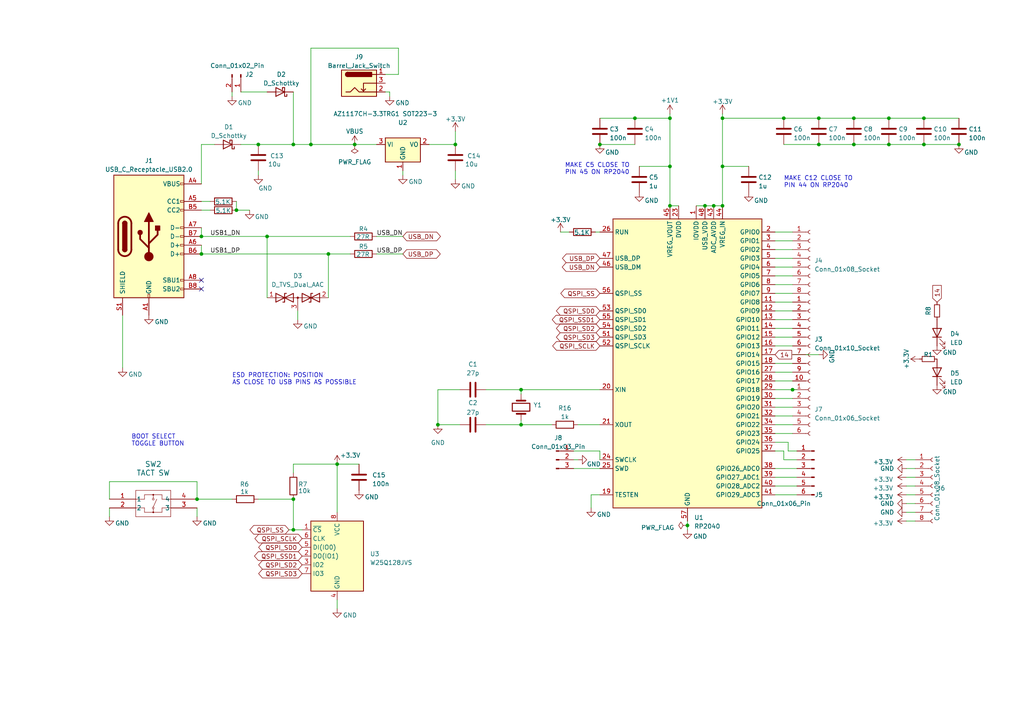
<source format=kicad_sch>
(kicad_sch (version 20230121) (generator eeschema)
  (paper "A4")
  (lib_symbols
    (symbol "Connector:Barrel_Jack_Switch" (pin_names hide)
      (property "Reference" "J" (at 0 5.334 0))
      (property "Value" "Barrel_Jack_Switch" (at 0 -5.08 0))
      (symbol "Barrel_Jack_Switch_1_1"
        (pin passive line (at 7.62 2.54 180) (length 2.54) (name "~") (number "1"))
        (pin passive line (at 7.62 -2.54 180) (length 2.54) (name "~") (number "2"))
        (pin passive line (at 7.62 0 180) (length 2.54) (name "~") (number "3"))
      )
    )
    (symbol "Connector:Conn_01x02_Pin" (pin_names (offset 1.016) hide)
      (property "Reference" "J" (at 0 2.54 0))
      (property "Value" "Conn_01x02_Pin" (at 0 -5.08 0))
      (symbol "Conn_01x02_Pin_1_1"
        (pin passive line (at 5.08 0 180) (length 3.81) (name "Pin_1") (number "1"))
        (pin passive line (at 5.08 -2.54 180) (length 3.81) (name "Pin_2") (number "2"))
      )
    )
    (symbol "Connector:Conn_01x03_Pin" (pin_names (offset 1.016) hide)
      (property "Reference" "J" (at 0 5.08 0))
      (property "Value" "Conn_01x03_Pin" (at 0 -5.08 0))
      (symbol "Conn_01x03_Pin_1_1"
        (pin passive line (at 5.08 2.54 180) (length 3.81) (name "Pin_1") (number "1"))
        (pin passive line (at 5.08 0 180) (length 3.81) (name "Pin_2") (number "2"))
        (pin passive line (at 5.08 -2.54 180) (length 3.81) (name "Pin_3") (number "3"))
      )
    )
    (symbol "Connector:Conn_01x06_Pin" (pin_names (offset 1.016) hide)
      (property "Reference" "J" (at 0 7.62 0))
      (property "Value" "Conn_01x06_Pin" (at 0 -10.16 0))
      (symbol "Conn_01x06_Pin_1_1"
        (pin passive line (at 5.08 5.08 180) (length 3.81) (name "Pin_1") (number "1"))
        (pin passive line (at 5.08 2.54 180) (length 3.81) (name "Pin_2") (number "2"))
        (pin passive line (at 5.08 0 180) (length 3.81) (name "Pin_3") (number "3"))
        (pin passive line (at 5.08 -2.54 180) (length 3.81) (name "Pin_4") (number "4"))
        (pin passive line (at 5.08 -5.08 180) (length 3.81) (name "Pin_5") (number "5"))
        (pin passive line (at 5.08 -7.62 180) (length 3.81) (name "Pin_6") (number "6"))
      )
    )
    (symbol "Connector:Conn_01x06_Socket" (pin_names (offset 1.016) hide)
      (property "Reference" "J" (at 0 7.62 0))
      (property "Value" "Conn_01x06_Socket" (at 0 -10.16 0))
      (symbol "Conn_01x06_Socket_1_1"
        (pin passive line (at -5.08 5.08 0) (length 3.81) (name "Pin_1") (number "1"))
        (pin passive line (at -5.08 2.54 0) (length 3.81) (name "Pin_2") (number "2"))
        (pin passive line (at -5.08 0 0) (length 3.81) (name "Pin_3") (number "3"))
        (pin passive line (at -5.08 -2.54 0) (length 3.81) (name "Pin_4") (number "4"))
        (pin passive line (at -5.08 -5.08 0) (length 3.81) (name "Pin_5") (number "5"))
        (pin passive line (at -5.08 -7.62 0) (length 3.81) (name "Pin_6") (number "6"))
      )
    )
    (symbol "Connector:Conn_01x08_Socket" (pin_names (offset 1.016) hide)
      (property "Reference" "J" (at 0 10.16 0))
      (property "Value" "Conn_01x08_Socket" (at 0 -12.7 0))
      (symbol "Conn_01x08_Socket_1_1"
        (pin passive line (at -5.08 7.62 0) (length 3.81) (name "Pin_1") (number "1"))
        (pin passive line (at -5.08 5.08 0) (length 3.81) (name "Pin_2") (number "2"))
        (pin passive line (at -5.08 2.54 0) (length 3.81) (name "Pin_3") (number "3"))
        (pin passive line (at -5.08 0 0) (length 3.81) (name "Pin_4") (number "4"))
        (pin passive line (at -5.08 -2.54 0) (length 3.81) (name "Pin_5") (number "5"))
        (pin passive line (at -5.08 -5.08 0) (length 3.81) (name "Pin_6") (number "6"))
        (pin passive line (at -5.08 -7.62 0) (length 3.81) (name "Pin_7") (number "7"))
        (pin passive line (at -5.08 -10.16 0) (length 3.81) (name "Pin_8") (number "8"))
      )
    )
    (symbol "Connector:Conn_01x10_Socket" (pin_names (offset 1.016) hide)
      (property "Reference" "J" (at 0 12.7 0))
      (property "Value" "Conn_01x10_Socket" (at 0 -15.24 0))
      (symbol "Conn_01x10_Socket_1_1"
        (pin passive line (at -5.08 10.16 0) (length 3.81) (name "Pin_1") (number "1"))
        (pin passive line (at -5.08 -12.7 0) (length 3.81) (name "Pin_10") (number "10"))
        (pin passive line (at -5.08 7.62 0) (length 3.81) (name "Pin_2") (number "2"))
        (pin passive line (at -5.08 5.08 0) (length 3.81) (name "Pin_3") (number "3"))
        (pin passive line (at -5.08 2.54 0) (length 3.81) (name "Pin_4") (number "4"))
        (pin passive line (at -5.08 0 0) (length 3.81) (name "Pin_5") (number "5"))
        (pin passive line (at -5.08 -2.54 0) (length 3.81) (name "Pin_6") (number "6"))
        (pin passive line (at -5.08 -5.08 0) (length 3.81) (name "Pin_7") (number "7"))
        (pin passive line (at -5.08 -7.62 0) (length 3.81) (name "Pin_8") (number "8"))
        (pin passive line (at -5.08 -10.16 0) (length 3.81) (name "Pin_9") (number "9"))
      )
    )
    (symbol "Connector:USB_C_Receptacle_USB2.0" (pin_names (offset 1.016))
      (property "Reference" "J" (at -10.16 19.05 0))
      (property "Value" "USB_C_Receptacle_USB2.0" (at 19.05 19.05 0))
      (symbol "USB_C_Receptacle_USB2.0_1_1"
        (pin passive line (at 0 -22.86 90) (length 5.08) (name "GND") (number "A1"))
        (pin passive line (at 0 -22.86 90) (length 5.08) hide (name "GND") (number "A12"))
        (pin passive line (at 15.24 15.24 180) (length 5.08) (name "VBUS") (number "A4"))
        (pin bidirectional line (at 15.24 10.16 180) (length 5.08) (name "CC1") (number "A5"))
        (pin bidirectional line (at 15.24 -2.54 180) (length 5.08) (name "D+") (number "A6"))
        (pin bidirectional line (at 15.24 2.54 180) (length 5.08) (name "D-") (number "A7"))
        (pin bidirectional line (at 15.24 -12.7 180) (length 5.08) (name "SBU1") (number "A8"))
        (pin passive line (at 15.24 15.24 180) (length 5.08) hide (name "VBUS") (number "A9"))
        (pin passive line (at 0 -22.86 90) (length 5.08) hide (name "GND") (number "B1"))
        (pin passive line (at 0 -22.86 90) (length 5.08) hide (name "GND") (number "B12"))
        (pin passive line (at 15.24 15.24 180) (length 5.08) hide (name "VBUS") (number "B4"))
        (pin bidirectional line (at 15.24 7.62 180) (length 5.08) (name "CC2") (number "B5"))
        (pin bidirectional line (at 15.24 -5.08 180) (length 5.08) (name "D+") (number "B6"))
        (pin bidirectional line (at 15.24 0 180) (length 5.08) (name "D-") (number "B7"))
        (pin bidirectional line (at 15.24 -15.24 180) (length 5.08) (name "SBU2") (number "B8"))
        (pin passive line (at 15.24 15.24 180) (length 5.08) hide (name "VBUS") (number "B9"))
        (pin passive line (at -7.62 -22.86 90) (length 5.08) (name "SHIELD") (number "S1"))
      )
    )
    (symbol "Device:C" (pin_numbers hide) (pin_names (offset 0.254))
      (property "Reference" "C" (at 0.635 2.54 0))
      (property "Value" "C" (at 0.635 -2.54 0))
      (symbol "C_1_1"
        (pin passive line (at 0 3.81 270) (length 2.794) (name "~") (number "1"))
        (pin passive line (at 0 -3.81 90) (length 2.794) (name "~") (number "2"))
      )
    )
    (symbol "Device:Crystal" (pin_numbers hide) (pin_names (offset 1.016) hide)
      (property "Reference" "Y" (at 0 3.81 0))
      (property "Value" "Crystal" (at 0 -3.81 0))
      (symbol "Crystal_1_1"
        (pin passive line (at -3.81 0 0) (length 1.27) (name "1") (number "1"))
        (pin passive line (at 3.81 0 180) (length 1.27) (name "2") (number "2"))
      )
    )
    (symbol "Device:D_Schottky" (pin_numbers hide) (pin_names (offset 1.016) hide)
      (property "Reference" "D" (at 0 2.54 0))
      (property "Value" "D_Schottky" (at 0 -2.54 0))
      (symbol "D_Schottky_1_1"
        (pin passive line (at -3.81 0 0) (length 2.54) (name "K") (number "1"))
        (pin passive line (at 3.81 0 180) (length 2.54) (name "A") (number "2"))
      )
    )
    (symbol "Device:D_TVS_Dual_AAC" (pin_names (offset 1.016) hide)
      (property "Reference" "D" (at 0 4.445 0))
      (property "Value" "D_TVS_Dual_AAC" (at 0 2.54 0))
      (symbol "D_TVS_Dual_AAC_1_1"
        (pin passive line (at -8.89 0 0) (length 2.54) (name "A1") (number "1"))
        (pin passive line (at 8.89 0 180) (length 2.54) (name "A2") (number "2"))
        (pin input line (at 0 -3.81 90) (length 2.54) (name "common") (number "3"))
      )
    )
    (symbol "Device:LED" (pin_numbers hide) (pin_names (offset 1.016) hide)
      (property "Reference" "D" (at 0 2.54 0))
      (property "Value" "LED" (at 0 -2.54 0))
      (symbol "LED_1_1"
        (pin passive line (at -3.81 0 0) (length 2.54) (name "K") (number "1"))
        (pin passive line (at 3.81 0 180) (length 2.54) (name "A") (number "2"))
      )
    )
    (symbol "Device:R" (pin_numbers hide) (pin_names (offset 0))
      (property "Reference" "R" (at 2.032 0 90))
      (property "Value" "R" (at 0 0 90))
      (symbol "R_1_1"
        (pin passive line (at 0 3.81 270) (length 1.27) (name "~") (number "1"))
        (pin passive line (at 0 -3.81 90) (length 1.27) (name "~") (number "2"))
      )
    )
    (symbol "Device:R_Small" (pin_numbers hide) (pin_names (offset 0.254) hide)
      (property "Reference" "R" (at 0.762 0.508 0))
      (property "Value" "R_Small" (at 0.762 -1.016 0))
      (symbol "R_Small_1_1"
        (pin passive line (at 0 2.54 270) (length 0.762) (name "~") (number "1"))
        (pin passive line (at 0 -2.54 90) (length 0.762) (name "~") (number "2"))
      )
    )
    (symbol "MCU_RaspberryPi:RP2040"
      (property "Reference" "U" (at 17.78 45.72 0))
      (property "Value" "RP2040" (at 17.78 43.18 0))
      (symbol "RP2040_1_1"
        (pin power_in line (at 2.54 45.72 270) (length 3.81) (name "IOVDD") (number "1"))
        (pin passive line (at 2.54 45.72 270) (length 3.81) hide (name "IOVDD") (number "10"))
        (pin bidirectional line (at 25.4 17.78 180) (length 3.81) (name "GPIO8") (number "11"))
        (pin bidirectional line (at 25.4 15.24 180) (length 3.81) (name "GPIO9") (number "12"))
        (pin bidirectional line (at 25.4 12.7 180) (length 3.81) (name "GPIO10") (number "13"))
        (pin bidirectional line (at 25.4 10.16 180) (length 3.81) (name "GPIO11") (number "14"))
        (pin bidirectional line (at 25.4 7.62 180) (length 3.81) (name "GPIO12") (number "15"))
        (pin bidirectional line (at 25.4 5.08 180) (length 3.81) (name "GPIO13") (number "16"))
        (pin bidirectional line (at 25.4 2.54 180) (length 3.81) (name "GPIO14") (number "17"))
        (pin bidirectional line (at 25.4 0 180) (length 3.81) (name "GPIO15") (number "18"))
        (pin input line (at -25.4 -38.1 0) (length 3.81) (name "TESTEN") (number "19"))
        (pin bidirectional line (at 25.4 38.1 180) (length 3.81) (name "GPIO0") (number "2"))
        (pin input line (at -25.4 -7.62 0) (length 3.81) (name "XIN") (number "20"))
        (pin passive line (at -25.4 -17.78 0) (length 3.81) (name "XOUT") (number "21"))
        (pin passive line (at 2.54 45.72 270) (length 3.81) hide (name "IOVDD") (number "22"))
        (pin power_in line (at -2.54 45.72 270) (length 3.81) (name "DVDD") (number "23"))
        (pin output line (at -25.4 -27.94 0) (length 3.81) (name "SWCLK") (number "24"))
        (pin bidirectional line (at -25.4 -30.48 0) (length 3.81) (name "SWD") (number "25"))
        (pin input line (at -25.4 38.1 0) (length 3.81) (name "RUN") (number "26"))
        (pin bidirectional line (at 25.4 -2.54 180) (length 3.81) (name "GPIO16") (number "27"))
        (pin bidirectional line (at 25.4 -5.08 180) (length 3.81) (name "GPIO17") (number "28"))
        (pin bidirectional line (at 25.4 -7.62 180) (length 3.81) (name "GPIO18") (number "29"))
        (pin bidirectional line (at 25.4 35.56 180) (length 3.81) (name "GPIO1") (number "3"))
        (pin bidirectional line (at 25.4 -10.16 180) (length 3.81) (name "GPIO19") (number "30"))
        (pin bidirectional line (at 25.4 -12.7 180) (length 3.81) (name "GPIO20") (number "31"))
        (pin bidirectional line (at 25.4 -15.24 180) (length 3.81) (name "GPIO21") (number "32"))
        (pin passive line (at 2.54 45.72 270) (length 3.81) hide (name "IOVDD") (number "33"))
        (pin bidirectional line (at 25.4 -17.78 180) (length 3.81) (name "GPIO22") (number "34"))
        (pin bidirectional line (at 25.4 -20.32 180) (length 3.81) (name "GPIO23") (number "35"))
        (pin bidirectional line (at 25.4 -22.86 180) (length 3.81) (name "GPIO24") (number "36"))
        (pin bidirectional line (at 25.4 -25.4 180) (length 3.81) (name "GPIO25") (number "37"))
        (pin bidirectional line (at 25.4 -30.48 180) (length 3.81) (name "GPIO26_ADC0") (number "38"))
        (pin bidirectional line (at 25.4 -33.02 180) (length 3.81) (name "GPIO27_ADC1") (number "39"))
        (pin bidirectional line (at 25.4 33.02 180) (length 3.81) (name "GPIO2") (number "4"))
        (pin bidirectional line (at 25.4 -35.56 180) (length 3.81) (name "GPIO28_ADC2") (number "40"))
        (pin bidirectional line (at 25.4 -38.1 180) (length 3.81) (name "GPIO29_ADC3") (number "41"))
        (pin passive line (at 2.54 45.72 270) (length 3.81) hide (name "IOVDD") (number "42"))
        (pin power_in line (at 7.62 45.72 270) (length 3.81) (name "ADC_AVDD") (number "43"))
        (pin power_in line (at 10.16 45.72 270) (length 3.81) (name "VREG_IN") (number "44"))
        (pin power_out line (at -5.08 45.72 270) (length 3.81) (name "VREG_VOUT") (number "45"))
        (pin bidirectional line (at -25.4 27.94 0) (length 3.81) (name "USB_DM") (number "46"))
        (pin bidirectional line (at -25.4 30.48 0) (length 3.81) (name "USB_DP") (number "47"))
        (pin power_in line (at 5.08 45.72 270) (length 3.81) (name "USB_VDD") (number "48"))
        (pin passive line (at 2.54 45.72 270) (length 3.81) hide (name "IOVDD") (number "49"))
        (pin bidirectional line (at 25.4 30.48 180) (length 3.81) (name "GPIO3") (number "5"))
        (pin passive line (at -2.54 45.72 270) (length 3.81) hide (name "DVDD") (number "50"))
        (pin bidirectional line (at -25.4 7.62 0) (length 3.81) (name "QSPI_SD3") (number "51"))
        (pin output line (at -25.4 5.08 0) (length 3.81) (name "QSPI_SCLK") (number "52"))
        (pin bidirectional line (at -25.4 15.24 0) (length 3.81) (name "QSPI_SD0") (number "53"))
        (pin bidirectional line (at -25.4 10.16 0) (length 3.81) (name "QSPI_SD2") (number "54"))
        (pin bidirectional line (at -25.4 12.7 0) (length 3.81) (name "QSPI_SD1") (number "55"))
        (pin bidirectional line (at -25.4 20.32 0) (length 3.81) (name "QSPI_SS") (number "56"))
        (pin power_in line (at 0 -45.72 90) (length 3.81) (name "GND") (number "57"))
        (pin bidirectional line (at 25.4 27.94 180) (length 3.81) (name "GPIO4") (number "6"))
        (pin bidirectional line (at 25.4 25.4 180) (length 3.81) (name "GPIO5") (number "7"))
        (pin bidirectional line (at 25.4 22.86 180) (length 3.81) (name "GPIO6") (number "8"))
        (pin bidirectional line (at 25.4 20.32 180) (length 3.81) (name "GPIO7") (number "9"))
      )
    )
    (symbol "Memory_Flash:W25Q128JVS"
      (property "Reference" "U" (at -8.89 8.89 0))
      (property "Value" "W25Q128JVS" (at 7.62 8.89 0))
      (symbol "W25Q128JVS_1_1"
        (pin input line (at -10.16 7.62 0) (length 2.54) (name "~{CS}") (number "1"))
        (pin bidirectional line (at -10.16 0 0) (length 2.54) (name "DO(IO1)") (number "2"))
        (pin bidirectional line (at -10.16 -2.54 0) (length 2.54) (name "IO2") (number "3"))
        (pin power_in line (at 0 -12.7 90) (length 2.54) (name "GND") (number "4"))
        (pin bidirectional line (at -10.16 2.54 0) (length 2.54) (name "DI(IO0)") (number "5"))
        (pin input line (at -10.16 5.08 0) (length 2.54) (name "CLK") (number "6"))
        (pin bidirectional line (at -10.16 -5.08 0) (length 2.54) (name "IO3") (number "7"))
        (pin power_in line (at 0 12.7 270) (length 2.54) (name "VCC") (number "8"))
      )
    )
    (symbol "Regulator_Linear:NCP1117-3.3_SOT223"
      (property "Reference" "U" (at -3.81 3.175 0))
      (property "Value" "NCP1117-3.3_SOT223" (at 0 3.175 0))
      (symbol "NCP1117-3.3_SOT223_1_1"
        (pin power_in line (at 0 -7.62 90) (length 2.54) (name "GND") (number "1"))
        (pin power_out line (at 7.62 0 180) (length 2.54) (name "VO") (number "2"))
        (pin power_in line (at -7.62 0 0) (length 2.54) (name "VI") (number "3"))
      )
    )
    (symbol "evqp7c01p:EVQP7C01P" (pin_names (offset 0.254))
      (property "Reference" "SW1" (at 12.7 10.16 0))
      (property "Value" "EVQP7C01P" (at 12.7 7.62 0))
      (symbol "EVQP7C01P_0_1"
        (pin passive line (at 0 0 0) (length 7.62) (name "1") (number "1"))
        (pin passive line (at 0 -2.54 0) (length 7.62) (name "2") (number "2"))
        (pin passive line (at 25.4 -2.54 180) (length 7.62) (name "3") (number "3"))
        (pin passive line (at 25.4 0 180) (length 7.62) (name "4") (number "4"))
      )
    )
    (symbol "power:+1V1" (power) (pin_names (offset 0))
      (property "Value" "+1V1" (at 0 3.556 0))
      (symbol "+1V1_1_1"
        (pin power_in line (at 0 0 90) (length 0) hide (name "+1V1") (number "1"))
      )
    )
    (symbol "power:+3.3V" (power) (pin_names (offset 0))
      (property "Value" "+3.3V" (at 0 3.556 0))
      (symbol "+3.3V_1_1"
        (pin power_in line (at 0 0 90) (length 0) hide (name "+3.3V") (number "1"))
      )
    )
    (symbol "power:GND" (power) (pin_names (offset 0))
      (property "Value" "GND" (at 0 -3.81 0))
      (symbol "GND_1_1"
        (pin power_in line (at 0 0 270) (length 0) hide (name "GND") (number "1"))
      )
    )
    (symbol "power:PWR_FLAG" (power) (pin_numbers hide) (pin_names (offset 0) hide)
      (property "Value" "PWR_FLAG" (at 0 3.81 0))
      (symbol "PWR_FLAG_0_0"
        (pin power_out line (at 0 0 90) (length 0) (name "pwr") (number "1"))
      )
    )
    (symbol "power:VBUS" (power) (pin_names (offset 0))
      (property "Value" "VBUS" (at 0 3.81 0))
      (symbol "VBUS_1_1"
        (pin power_in line (at 0 0 90) (length 0) hide (name "VBUS") (number "1"))
      )
    )
  )
  (junction (at 237.49 34.29))
  (junction (at 194.31 34.29))
  (junction (at 77.47 68.58))
  (junction (at 74.93 41.91))
  (junction (at 85.09 144.78))
  (junction (at 257.81 41.91))
  (junction (at 57.15 144.78))
  (junction (at 97.79 134.62))
  (junction (at 127 123.19))
  (junction (at 237.49 41.91))
  (junction (at 209.55 59.69))
  (junction (at 204.47 59.69))
  (junction (at 85.09 153.67))
  (junction (at 209.55 34.29))
  (junction (at 194.31 48.26))
  (junction (at 102.87 41.91))
  (junction (at 207.01 59.69))
  (junction (at 257.81 34.29))
  (junction (at 194.31 59.69))
  (junction (at 90.17 41.91))
  (junction (at 278.13 41.91))
  (junction (at 247.65 34.29))
  (junction (at 68.58 60.96))
  (junction (at 184.15 34.29))
  (junction (at 95.25 73.66))
  (junction (at 58.42 73.66))
  (junction (at 132.08 41.91))
  (junction (at 173.99 41.91))
  (junction (at 229.87 113.03))
  (junction (at 85.09 41.91))
  (junction (at 151.13 123.19))
  (junction (at 247.65 41.91))
  (junction (at 58.42 68.58))
  (junction (at 199.39 152.4))
  (junction (at 209.55 48.26))
  (junction (at 267.97 41.91))
  (junction (at 267.97 34.29))
  (junction (at 151.13 113.03))
  (junction (at 227.33 34.29))
  (no_connect (at 58.42 81.28))
  (no_connect (at 58.42 83.82))
  (wire (pts (xy 69.85 41.91) (xy 74.93 41.91)))
  (wire (pts (xy 167.64 123.19) (xy 173.99 123.19)))
  (wire (pts (xy 173.99 41.91) (xy 184.15 41.91)))
  (wire (pts (xy 85.09 153.67) (xy 87.63 153.67)))
  (wire (pts (xy 262.89 138.43) (xy 265.43 138.43)))
  (wire (pts (xy 83.82 153.67) (xy 85.09 153.67)))
  (wire (pts (xy 74.93 144.78) (xy 85.09 144.78)))
  (wire (pts (xy 224.79 85.09) (xy 229.87 85.09)))
  (wire (pts (xy 194.31 48.26) (xy 194.31 59.69)))
  (wire (pts (xy 228.6 130.81) (xy 231.14 130.81)))
  (wire (pts (xy 224.79 110.49) (xy 229.87 110.49)))
  (wire (pts (xy 224.79 87.63) (xy 229.87 87.63)))
  (wire (pts (xy 224.79 140.97) (xy 231.14 140.97)))
  (wire (pts (xy 69.85 26.67) (xy 77.47 26.67)))
  (wire (pts (xy 224.79 95.25) (xy 229.87 95.25)))
  (wire (pts (xy 102.87 41.91) (xy 109.22 41.91)))
  (wire (pts (xy 31.75 139.7) (xy 57.15 139.7)))
  (wire (pts (xy 194.31 33.02) (xy 194.31 34.29)))
  (wire (pts (xy 224.79 97.79) (xy 229.87 97.79)))
  (wire (pts (xy 151.13 123.19) (xy 160.02 123.19)))
  (wire (pts (xy 224.79 120.65) (xy 229.87 120.65)))
  (wire (pts (xy 229.87 102.87) (xy 237.49 102.87)))
  (wire (pts (xy 224.79 135.89) (xy 231.14 135.89)))
  (wire (pts (xy 209.55 48.26) (xy 209.55 59.69)))
  (wire (pts (xy 247.65 41.91) (xy 257.81 41.91)))
  (wire (pts (xy 194.31 34.29) (xy 194.31 48.26)))
  (wire (pts (xy 224.79 138.43) (xy 231.14 138.43)))
  (wire (pts (xy 201.93 59.69) (xy 204.47 59.69)))
  (wire (pts (xy 68.58 60.96) (xy 72.39 60.96)))
  (wire (pts (xy 166.37 135.89) (xy 173.99 135.89)))
  (wire (pts (xy 74.93 41.91) (xy 85.09 41.91)))
  (wire (pts (xy 58.42 68.58) (xy 77.47 68.58)))
  (wire (pts (xy 173.99 143.51) (xy 171.45 143.51)))
  (wire (pts (xy 224.79 69.85) (xy 229.87 69.85)))
  (wire (pts (xy 109.22 68.58) (xy 116.84 68.58)))
  (wire (pts (xy 35.56 91.44) (xy 35.56 106.68)))
  (wire (pts (xy 132.08 49.53) (xy 132.08 52.07)))
  (wire (pts (xy 166.37 130.81) (xy 173.99 130.81)))
  (wire (pts (xy 151.13 113.03) (xy 151.13 114.3)))
  (wire (pts (xy 58.42 41.91) (xy 62.23 41.91)))
  (wire (pts (xy 224.79 107.95) (xy 229.87 107.95)))
  (wire (pts (xy 77.47 68.58) (xy 101.6 68.58)))
  (wire (pts (xy 227.33 41.91) (xy 237.49 41.91)))
  (wire (pts (xy 115.57 21.59) (xy 115.57 13.97)))
  (wire (pts (xy 127 123.19) (xy 133.35 123.19)))
  (wire (pts (xy 229.87 113.03) (xy 231.14 113.03)))
  (wire (pts (xy 90.17 41.91) (xy 102.87 41.91)))
  (wire (pts (xy 262.89 151.13) (xy 265.43 151.13)))
  (wire (pts (xy 57.15 144.78) (xy 67.31 144.78)))
  (wire (pts (xy 173.99 34.29) (xy 184.15 34.29)))
  (wire (pts (xy 124.46 41.91) (xy 132.08 41.91)))
  (wire (pts (xy 267.97 34.29) (xy 278.13 34.29)))
  (wire (pts (xy 31.75 144.78) (xy 31.75 139.7)))
  (wire (pts (xy 224.79 130.81) (xy 227.33 130.81)))
  (wire (pts (xy 224.79 125.73) (xy 229.87 125.73)))
  (wire (pts (xy 209.55 48.26) (xy 217.17 48.26)))
  (wire (pts (xy 86.36 90.17) (xy 86.36 92.71)))
  (wire (pts (xy 224.79 74.93) (xy 229.87 74.93)))
  (wire (pts (xy 224.79 92.71) (xy 229.87 92.71)))
  (wire (pts (xy 224.79 80.01) (xy 229.87 80.01)))
  (wire (pts (xy 224.79 67.31) (xy 229.87 67.31)))
  (wire (pts (xy 31.75 147.32) (xy 31.75 149.86)))
  (wire (pts (xy 209.55 34.29) (xy 209.55 48.26)))
  (wire (pts (xy 184.15 34.29) (xy 194.31 34.29)))
  (wire (pts (xy 140.97 123.19) (xy 151.13 123.19)))
  (wire (pts (xy 209.55 33.02) (xy 209.55 34.29)))
  (wire (pts (xy 58.42 53.34) (xy 58.42 41.91)))
  (wire (pts (xy 262.89 143.51) (xy 265.43 143.51)))
  (wire (pts (xy 95.25 73.66) (xy 95.25 86.36)))
  (wire (pts (xy 172.72 67.31) (xy 173.99 67.31)))
  (wire (pts (xy 262.89 146.05) (xy 265.43 146.05)))
  (wire (pts (xy 224.79 143.51) (xy 231.14 143.51)))
  (wire (pts (xy 207.01 59.69) (xy 209.55 59.69)))
  (wire (pts (xy 97.79 134.62) (xy 97.79 148.59)))
  (wire (pts (xy 58.42 71.12) (xy 58.42 73.66)))
  (wire (pts (xy 127 113.03) (xy 133.35 113.03)))
  (wire (pts (xy 199.39 153.67) (xy 199.39 152.4)))
  (wire (pts (xy 58.42 58.42) (xy 60.96 58.42)))
  (wire (pts (xy 58.42 60.96) (xy 60.96 60.96)))
  (wire (pts (xy 199.39 152.4) (xy 199.39 151.13)))
  (wire (pts (xy 209.55 34.29) (xy 227.33 34.29)))
  (wire (pts (xy 77.47 68.58) (xy 77.47 86.36)))
  (wire (pts (xy 257.81 34.29) (xy 267.97 34.29)))
  (wire (pts (xy 224.79 90.17) (xy 229.87 90.17)))
  (wire (pts (xy 262.89 148.59) (xy 265.43 148.59)))
  (wire (pts (xy 111.76 26.67) (xy 113.03 26.67)))
  (wire (pts (xy 113.03 26.67) (xy 113.03 27.94)))
  (wire (pts (xy 151.13 121.92) (xy 151.13 123.19)))
  (wire (pts (xy 116.84 49.53) (xy 116.84 50.8)))
  (wire (pts (xy 58.42 66.04) (xy 58.42 68.58)))
  (wire (pts (xy 85.09 134.62) (xy 97.79 134.62)))
  (wire (pts (xy 68.58 58.42) (xy 68.58 60.96)))
  (wire (pts (xy 224.79 82.55) (xy 229.87 82.55)))
  (wire (pts (xy 227.33 34.29) (xy 237.49 34.29)))
  (wire (pts (xy 111.76 21.59) (xy 115.57 21.59)))
  (wire (pts (xy 224.79 115.57) (xy 229.87 115.57)))
  (wire (pts (xy 171.45 143.51) (xy 171.45 147.32)))
  (wire (pts (xy 237.49 34.29) (xy 247.65 34.29)))
  (wire (pts (xy 262.89 133.35) (xy 265.43 133.35)))
  (wire (pts (xy 132.08 38.1) (xy 132.08 41.91)))
  (wire (pts (xy 109.22 73.66) (xy 116.84 73.66)))
  (wire (pts (xy 67.31 26.67) (xy 67.31 27.94)))
  (wire (pts (xy 151.13 113.03) (xy 173.99 113.03)))
  (wire (pts (xy 224.79 100.33) (xy 229.87 100.33)))
  (wire (pts (xy 140.97 113.03) (xy 151.13 113.03)))
  (wire (pts (xy 262.89 140.97) (xy 265.43 140.97)))
  (wire (pts (xy 224.79 113.03) (xy 229.87 113.03)))
  (wire (pts (xy 58.42 73.66) (xy 95.25 73.66)))
  (wire (pts (xy 224.79 72.39) (xy 229.87 72.39)))
  (wire (pts (xy 224.79 128.27) (xy 228.6 128.27)))
  (wire (pts (xy 185.42 48.26) (xy 194.31 48.26)))
  (wire (pts (xy 224.79 123.19) (xy 229.87 123.19)))
  (wire (pts (xy 57.15 139.7) (xy 57.15 144.78)))
  (wire (pts (xy 257.81 41.91) (xy 267.97 41.91)))
  (wire (pts (xy 85.09 41.91) (xy 90.17 41.91)))
  (wire (pts (xy 90.17 13.97) (xy 90.17 41.91)))
  (wire (pts (xy 166.37 133.35) (xy 167.64 133.35)))
  (wire (pts (xy 74.93 49.53) (xy 74.93 50.8)))
  (wire (pts (xy 228.6 128.27) (xy 228.6 130.81)))
  (wire (pts (xy 162.56 67.31) (xy 165.1 67.31)))
  (wire (pts (xy 57.15 147.32) (xy 57.15 149.86)))
  (wire (pts (xy 267.97 41.91) (xy 278.13 41.91)))
  (wire (pts (xy 227.33 130.81) (xy 227.33 133.35)))
  (wire (pts (xy 237.49 41.91) (xy 247.65 41.91)))
  (wire (pts (xy 194.31 59.69) (xy 196.85 59.69)))
  (wire (pts (xy 173.99 130.81) (xy 173.99 133.35)))
  (wire (pts (xy 97.79 173.99) (xy 97.79 176.53)))
  (wire (pts (xy 224.79 118.11) (xy 229.87 118.11)))
  (wire (pts (xy 115.57 13.97) (xy 90.17 13.97)))
  (wire (pts (xy 85.09 134.62) (xy 85.09 137.16)))
  (wire (pts (xy 95.25 73.66) (xy 101.6 73.66)))
  (wire (pts (xy 224.79 105.41) (xy 229.87 105.41)))
  (wire (pts (xy 97.79 134.62) (xy 104.14 134.62)))
  (wire (pts (xy 127 123.19) (xy 127 113.03)))
  (wire (pts (xy 85.09 144.78) (xy 85.09 153.67)))
  (wire (pts (xy 262.89 135.89) (xy 265.43 135.89)))
  (wire (pts (xy 204.47 59.69) (xy 207.01 59.69)))
  (wire (pts (xy 227.33 133.35) (xy 231.14 133.35)))
  (wire (pts (xy 224.79 77.47) (xy 229.87 77.47)))
  (wire (pts (xy 85.09 26.67) (xy 85.09 41.91)))
  (wire (pts (xy 247.65 34.29) (xy 257.81 34.29)))
  (text "MAKE C5 CLOSE TO \nPIN 45 ON RP2040" (at 163.83 50.8 0) (effects (font (size 1.27 1.27)) (justify left bottom)))
  (text "MAKE C12 CLOSE TO \nPIN 44 ON RP2040" (at 227.33 54.61 0) (effects (font (size 1.27 1.27)) (justify left bottom)))
  (text "BOOT SELECT \nTOGGLE BUTTON" (at 38.1 129.54 0) (effects (font (size 1.27 1.27)) (justify left bottom)))
  (text "ESD PROTECTION: POSITION\nAS CLOSE TO USB PINS AS POSSIBLE" (at 67.31 111.76 0) (effects (font (size 1.27 1.27)) (justify left bottom)))
  (label "USB1_DP" (at 60.96 73.66 0))
  (label "USB_DN" (at 109.22 68.58 0))
  (label "USB1_DN" (at 60.96 68.58 0))
  (label "USB_DP" (at 109.22 73.66 0))
  (global_label "QSPI_SD3" (shape bidirectional) (at 173.99 97.79 180) (property "Intersheetrefs" "${INTERSHEET_REFS}" (effects hide)))
  (global_label "USB_DP" (shape bidirectional) (at 116.84 73.66 0) (property "Intersheetrefs" "${INTERSHEET_REFS}" (effects hide)))
  (global_label "14" (shape input) (at 271.78 87.63 90) (property "Intersheetrefs" "${INTERSHEET_REFS}" (effects hide)))
  (global_label "14" (shape input) (at 224.79 102.87 0) (property "Intersheetrefs" "${INTERSHEET_REFS}" (effects hide)))
  (global_label "USB_DN" (shape bidirectional) (at 116.84 68.58 0) (property "Intersheetrefs" "${INTERSHEET_REFS}" (effects hide)))
  (global_label "QSPI_SD3" (shape bidirectional) (at 87.63 166.37 180) (property "Intersheetrefs" "${INTERSHEET_REFS}" (effects hide)))
  (global_label "QSPI_SS" (shape bidirectional) (at 83.82 153.67 180) (property "Intersheetrefs" "${INTERSHEET_REFS}" (effects hide)))
  (global_label "QSPI_SD0" (shape bidirectional) (at 173.99 90.17 180) (property "Intersheetrefs" "${INTERSHEET_REFS}" (effects hide)))
  (global_label "QSPI_SS" (shape bidirectional) (at 173.99 85.09 180) (property "Intersheetrefs" "${INTERSHEET_REFS}" (effects hide)))
  (global_label "QSPI_SD2" (shape bidirectional) (at 87.63 163.83 180) (property "Intersheetrefs" "${INTERSHEET_REFS}" (effects hide)))
  (global_label "USB_DN" (shape bidirectional) (at 173.99 77.47 180) (property "Intersheetrefs" "${INTERSHEET_REFS}" (effects hide)))
  (global_label "QSPI_SCLK" (shape bidirectional) (at 87.63 156.21 180) (property "Intersheetrefs" "${INTERSHEET_REFS}" (effects hide)))
  (global_label "QSPI_SSD1" (shape bidirectional) (at 87.63 161.29 180) (property "Intersheetrefs" "${INTERSHEET_REFS}" (effects hide)))
  (global_label "QSPI_SSD1" (shape bidirectional) (at 173.99 92.71 180) (property "Intersheetrefs" "${INTERSHEET_REFS}" (effects hide)))
  (global_label "QSPI_SD0" (shape bidirectional) (at 87.63 158.75 180) (property "Intersheetrefs" "${INTERSHEET_REFS}" (effects hide)))
  (global_label "QSPI_SCLK" (shape bidirectional) (at 173.99 100.33 180) (property "Intersheetrefs" "${INTERSHEET_REFS}" (effects hide)))
  (global_label "USB_DP" (shape bidirectional) (at 173.99 74.93 180) (property "Intersheetrefs" "${INTERSHEET_REFS}" (effects hide)))
  (global_label "QSPI_SD2" (shape bidirectional) (at 173.99 95.25 180) (property "Intersheetrefs" "${INTERSHEET_REFS}" (effects hide)))
  (symbol (lib_id "Memory_Flash:W25Q128JVS") (at 97.79 161.29 0) (unit 1)
    (property "Reference" "U3" (at 107.315 160.655 0) (effects (justify left)))
    (property "Value" "W25Q128JVS" (at 107.315 163.195 0) (effects (justify left)))
    (property "Footprint" "Package_SO:SOIC-8_5.23x5.23mm_P1.27mm" (effects hide))
    (property "Datasheet" "http://www.winbond.com/resource-files/w25q128jv_dtr%20revc%2003272018%20plus.pdf" (effects hide))
  )
  (symbol (lib_id "power:+3.3V") (at 266.7 104.14 90) (unit 1)
    (property "Reference" "#PWR038" (effects hide))
    (property "Value" "+3.3V" (at 262.89 104.14 0))
  )
  (symbol (lib_id "power:GND") (at 167.64 133.35 90) (unit 1)
    (property "Reference" "#PWR02" (effects hide))
    (property "Value" "GND" (at 170.18 134.62 90) (effects (justify right)))
  )
  (symbol (lib_id "Device:D_Schottky") (at 66.04 41.91 180) (unit 1)
    (property "Reference" "D1" (at 66.3575 36.83 0))
    (property "Value" "D_Schottky" (at 66.3575 39.37 0))
    (property "Footprint" "Diode_SMD:D_SOD-128" (effects hide))
  )
  (symbol (lib_id "power:+3.3V") (at 162.56 67.31 0) (unit 1)
    (property "Reference" "#PWR043" (effects hide))
    (property "Value" "+3.3V" (at 162.56 63.754 0))
  )
  (symbol (lib_id "power:GND") (at 127 123.19 0) (unit 1)
    (property "Reference" "#PWR01" (effects hide))
    (property "Value" "GND" (at 127 128.397 0))
  )
  (symbol (lib_id "power:GND") (at 104.14 142.24 0) (unit 1)
    (property "Reference" "#PWR024" (effects hide))
    (property "Value" "GND" (at 105.791 144.145 0) (effects (justify left)))
  )
  (symbol (lib_id "power:PWR_FLAG") (at 102.87 41.91 180) (unit 1)
    (property "Reference" "#FLG01" (effects hide))
    (property "Value" "PWR_FLAG" (at 102.87 46.99 0))
  )
  (symbol (lib_id "Device:R_Small") (at 271.78 90.17 180) (unit 1)
    (property "Reference" "R8" (at 269.24 90.17 90))
    (property "Value" "R_Small" (effects hide))
    (property "Footprint" "Resistor_SMD:R_0805_2012Metric" (effects hide))
  )
  (symbol (lib_id "Device:R_Small") (at 269.24 104.14 90) (unit 1)
    (property "Reference" "R1" (at 269.24 102.87 90))
    (property "Value" "R_Small" (effects hide))
    (property "Footprint" "Resistor_SMD:R_0805_2012Metric" (effects hide))
  )
  (symbol (lib_id "power:GND") (at 43.18 91.44 0) (unit 1)
    (property "Reference" "#PWR04" (effects hide))
    (property "Value" "GND" (at 44.831 93.345 0) (effects (justify left)))
  )
  (symbol (lib_id "power:+3.3V") (at 262.89 140.97 90) (unit 1)
    (property "Reference" "#PWR029" (effects hide))
    (property "Value" "+3.3V" (at 259.08 141.605 90) (effects (justify left)))
  )
  (symbol (lib_id "Regulator_Linear:NCP1117-3.3_SOT223") (at 116.84 41.91 0) (unit 1)
    (property "Reference" "U2" (at 116.84 35.56 0))
    (property "Value" "AZ1117CH-3.3TRG1 SOT223-3" (at 111.76 33.02 0))
    (property "Footprint" "Package_TO_SOT_SMD:SOT-223-3_TabPin2" (effects hide))
    (property "Datasheet" "http://www.onsemi.com/pub_link/Collateral/NCP1117-D.PDF" (effects hide))
  )
  (symbol (lib_id "Device:D_TVS_Dual_AAC") (at 86.36 86.36 0) (unit 1)
    (property "Reference" "D3" (at 86.36 80.01 0))
    (property "Value" "D_TVS_Dual_AAC" (at 86.36 82.55 0))
    (property "Footprint" "Package_TO_SOT_SMD:SOT-23" (effects hide))
  )
  (symbol (lib_id "power:+3.3V") (at 262.89 133.35 90) (unit 1)
    (property "Reference" "#PWR033" (effects hide))
    (property "Value" "+3.3V" (at 259.08 133.985 90) (effects (justify left)))
  )
  (symbol (lib_id "power:VBUS") (at 102.87 41.91 0) (unit 1)
    (property "Reference" "#PWR09" (effects hide))
    (property "Value" "VBUS" (at 102.87 38.1 0))
  )
  (symbol (lib_id "Device:C") (at 184.15 38.1 0) (unit 1)
    (property "Reference" "C4" (at 186.944 37.465 0) (effects (justify left)))
    (property "Value" "100n" (at 186.944 40.005 0) (effects (justify left)))
    (property "Footprint" "Capacitor_SMD:C_0603_1608Metric_Pad1.08x0.95mm_HandSolder" (effects hide))
  )
  (symbol (lib_id "Device:C") (at 173.99 38.1 0) (unit 1)
    (property "Reference" "C3" (at 176.784 37.465 0) (effects (justify left)))
    (property "Value" "100n" (at 176.784 40.005 0) (effects (justify left)))
    (property "Footprint" "Capacitor_SMD:C_0603_1608Metric_Pad1.08x0.95mm_HandSolder" (effects hide))
  )
  (symbol (lib_id "Device:C") (at 227.33 38.1 0) (unit 1)
    (property "Reference" "C6" (at 230.124 37.465 0) (effects (justify left)))
    (property "Value" "100n" (at 230.124 40.005 0) (effects (justify left)))
    (property "Footprint" "Capacitor_SMD:C_0603_1608Metric_Pad1.08x0.95mm_HandSolder" (effects hide))
  )
  (symbol (lib_id "Device:C") (at 237.49 38.1 0) (unit 1)
    (property "Reference" "C7" (at 240.284 37.465 0) (effects (justify left)))
    (property "Value" "100n" (at 240.284 40.005 0) (effects (justify left)))
    (property "Footprint" "Capacitor_SMD:C_0603_1608Metric_Pad1.08x0.95mm_HandSolder" (effects hide))
  )
  (symbol (lib_id "power:GND") (at 74.93 50.8 0) (unit 1)
    (property "Reference" "#PWR07" (effects hide))
    (property "Value" "GND" (at 74.93 54.61 0) (effects (justify left)))
  )
  (symbol (lib_id "power:GND") (at 31.75 149.86 0) (unit 1)
    (property "Reference" "#PWR013" (effects hide))
    (property "Value" "GND" (at 33.401 151.765 0) (effects (justify left)))
  )
  (symbol (lib_id "Connector:Conn_01x10_Socket") (at 234.95 97.79 0) (unit 1)
    (property "Reference" "J3" (at 236.22 98.425 0) (effects (justify left)))
    (property "Value" "Conn_01x10_Socket" (at 236.22 100.965 0) (effects (justify left)))
    (property "Footprint" "Connector_PinSocket_2.54mm:PinSocket_1x10_P2.54mm_Vertical" (effects hide))
  )
  (symbol (lib_id "power:GND") (at 262.89 146.05 270) (unit 1)
    (property "Reference" "#PWR027" (effects hide))
    (property "Value" "GND" (at 255.27 146.05 90) (effects (justify left)))
  )
  (symbol (lib_id "Device:C") (at 74.93 45.72 0) (unit 1)
    (property "Reference" "C13" (at 78.359 45.212 0) (effects (justify left)))
    (property "Value" "10u" (at 77.724 47.625 0) (effects (justify left)))
    (property "Footprint" "Capacitor_SMD:C_0805_2012Metric_Pad1.18x1.45mm_HandSolder" (effects hide))
  )
  (symbol (lib_id "Device:C") (at 217.17 52.07 0) (unit 1)
    (property "Reference" "C12" (at 219.964 51.435 0) (effects (justify left)))
    (property "Value" "1u" (at 219.964 53.975 0) (effects (justify left)))
    (property "Footprint" "Capacitor_SMD:C_0805_2012Metric_Pad1.18x1.45mm_HandSolder" (effects hide))
  )
  (symbol (lib_id "power:+1V1") (at 194.31 33.02 0) (unit 1)
    (property "Reference" "#PWR020" (effects hide))
    (property "Value" "+1V1" (at 194.31 29.083 0))
  )
  (symbol (lib_id "Device:LED") (at 271.78 107.95 90) (unit 1)
    (property "Reference" "D5" (at 275.59 108.2675 90) (effects (justify right)))
    (property "Value" "LED" (at 275.59 110.8075 90) (effects (justify right)))
    (property "Footprint" "LED_SMD:LED_0805_2012Metric_Pad1.15x1.40mm_HandSolder" (effects hide))
  )
  (symbol (lib_id "MCU_RaspberryPi:RP2040") (at 199.39 105.41 0) (unit 1)
    (property "Reference" "U1" (at 201.3459 150.114 0) (effects (justify left)))
    (property "Value" "RP2040" (at 201.3459 152.654 0) (effects (justify left)))
    (property "Footprint" "Package_DFN_QFN:QFN-56-1EP_7x7mm_P0.4mm_EP3.2x3.2mm" (effects hide))
    (property "Datasheet" "https://datasheets.raspberrypi.com/rp2040/rp2040-datasheet.pdf" (effects hide))
  )
  (symbol (lib_id "power:GND") (at 237.49 102.87 90) (unit 1)
    (property "Reference" "#PWR035" (effects hide))
    (property "Value" "GND" (at 241.3 105.41 0) (effects (justify left)))
  )
  (symbol (lib_id "Device:D_Schottky") (at 81.28 26.67 180) (unit 1)
    (property "Reference" "D2" (at 81.5975 21.59 0))
    (property "Value" "D_Schottky" (at 81.5975 24.13 0))
    (property "Footprint" "Diode_SMD:D_SOD-128" (effects hide))
  )
  (symbol (lib_id "power:GND") (at 173.99 41.91 0) (unit 1)
    (property "Reference" "#PWR018" (effects hide))
    (property "Value" "GND" (at 175.514 44.196 0) (effects (justify left)))
  )
  (symbol (lib_id "power:GND") (at 35.56 106.68 0) (unit 1)
    (property "Reference" "#PWR03" (effects hide))
    (property "Value" "GND" (at 37.211 108.585 0) (effects (justify left)))
  )
  (symbol (lib_id "Connector:Conn_01x03_Pin") (at 161.29 133.35 0) (unit 1)
    (property "Reference" "J8" (at 161.925 127 0))
    (property "Value" "Conn_01x03_Pin" (at 161.925 129.54 0))
    (property "Footprint" "Connector_PinSocket_2.54mm:PinSocket_1x03_P2.54mm_Vertical" (effects hide))
  )
  (symbol (lib_id "power:GND") (at 271.78 100.33 0) (unit 1)
    (property "Reference" "#PWR036" (effects hide))
    (property "Value" "GND" (at 273.431 102.235 0) (effects (justify left)))
  )
  (symbol (lib_id "Connector:Conn_01x06_Pin") (at 236.22 135.89 0) (mirror y) (unit 1)
    (property "Reference" "J5" (at 237.49 143.51 0))
    (property "Value" "Conn_01x06_Pin" (at 227.33 146.05 0))
    (property "Footprint" "Connector_PinSocket_2.54mm:PinSocket_1x06_P2.54mm_Vertical" (effects hide))
  )
  (symbol (lib_id "Connector:USB_C_Receptacle_USB2.0") (at 43.18 68.58 0) (unit 1)
    (property "Reference" "J1" (at 43.18 46.609 0))
    (property "Value" "USB_C_Receptacle_USB2.0" (at 43.18 49.149 0))
    (property "Footprint" "Connector_USB:USB_C_Receptacle_G-Switch_GT-USB-7010ASV" (effects hide))
    (property "Datasheet" "https://www.usb.org/sites/default/files/documents/usb_type-c.zip" (effects hide))
  )
  (symbol (lib_id "power:PWR_FLAG") (at 199.39 152.4 90) (unit 1)
    (property "Reference" "#FLG03" (effects hide))
    (property "Value" "PWR_FLAG" (at 195.58 153.035 90) (effects (justify left)))
  )
  (symbol (lib_id "Device:C") (at 137.16 113.03 90) (unit 1)
    (property "Reference" "C1" (at 137.16 105.664 90))
    (property "Value" "27p" (at 137.16 108.204 90))
    (property "Footprint" "Capacitor_SMD:C_0805_2012Metric_Pad1.18x1.45mm_HandSolder" (effects hide))
  )
  (symbol (lib_id "Device:LED") (at 271.78 96.52 90) (unit 1)
    (property "Reference" "D4" (at 275.59 96.8375 90) (effects (justify right)))
    (property "Value" "LED" (at 275.59 99.3775 90) (effects (justify right)))
    (property "Footprint" "LED_SMD:LED_0805_2012Metric_Pad1.15x1.40mm_HandSolder" (effects hide))
  )
  (symbol (lib_id "power:GND") (at 113.03 27.94 0) (unit 1)
    (property "Reference" "#PWR034" (effects hide))
    (property "Value" "GND" (at 114.681 29.845 0) (effects (justify left)))
  )
  (symbol (lib_id "power:GND") (at 278.13 41.91 0) (unit 1)
    (property "Reference" "#PWR031" (effects hide))
    (property "Value" "GND" (at 279.654 44.196 0) (effects (justify left)))
  )
  (symbol (lib_id "power:GND") (at 217.17 55.88 0) (unit 1)
    (property "Reference" "#PWR023" (effects hide))
    (property "Value" "GND" (at 218.694 58.166 0) (effects (justify left)))
  )
  (symbol (lib_id "power:+3.3V") (at 262.89 138.43 90) (unit 1)
    (property "Reference" "#PWR030" (effects hide))
    (property "Value" "+3.3V" (at 259.08 139.065 90) (effects (justify left)))
  )
  (symbol (lib_id "Device:C") (at 278.13 38.1 0) (unit 1)
    (property "Reference" "C11" (at 280.924 37.465 0) (effects (justify left)))
    (property "Value" "100n" (at 280.924 40.005 0) (effects (justify left)))
    (property "Footprint" "Capacitor_SMD:C_0603_1608Metric_Pad1.08x0.95mm_HandSolder" (effects hide))
  )
  (symbol (lib_id "Connector:Conn_01x08_Socket") (at 270.51 140.97 0) (unit 1)
    (property "Reference" "J6" (at 271.78 141.605 0) (effects (justify left)))
    (property "Value" "Conn_01x08_Socket" (at 271.78 151.13 90) (effects (justify left)))
    (property "Footprint" "Connector_PinSocket_2.54mm:PinSocket_1x08_P2.54mm_Vertical" (effects hide))
  )
  (symbol (lib_id "power:GND") (at 262.89 148.59 270) (unit 1)
    (property "Reference" "#PWR026" (effects hide))
    (property "Value" "GND" (at 255.27 148.59 90) (effects (justify left)))
  )
  (symbol (lib_id "Device:C") (at 137.16 123.19 90) (unit 1)
    (property "Reference" "C2" (at 137.16 116.84 90))
    (property "Value" "27p" (at 137.16 119.634 90))
    (property "Footprint" "Capacitor_SMD:C_0805_2012Metric_Pad1.18x1.45mm_HandSolder" (effects hide))
  )
  (symbol (lib_id "power:GND") (at 86.36 92.71 0) (unit 1)
    (property "Reference" "#PWR08" (effects hide))
    (property "Value" "GND" (at 88.011 94.615 0) (effects (justify left)))
  )
  (symbol (lib_id "Device:R") (at 64.77 60.96 90) (unit 1)
    (property "Reference" "R3" (effects hide))
    (property "Value" "5.1K" (at 64.77 61.087 90))
    (property "Footprint" "Resistor_SMD:R_0805_2012Metric_Pad1.20x1.40mm_HandSolder" (effects hide))
  )
  (symbol (lib_id "Device:C") (at 104.14 138.43 0) (unit 1)
    (property "Reference" "C15" (at 107.95 137.795 0) (effects (justify left)))
    (property "Value" "100n" (at 107.95 140.335 0) (effects (justify left)))
    (property "Footprint" "Capacitor_SMD:C_0805_2012Metric_Pad1.18x1.45mm_HandSolder" (effects hide))
  )
  (symbol (lib_id "power:GND") (at 116.84 50.8 0) (unit 1)
    (property "Reference" "#PWR010" (effects hide))
    (property "Value" "GND" (at 118.491 52.705 0) (effects (justify left)))
  )
  (symbol (lib_id "Device:R") (at 168.91 67.31 90) (unit 1)
    (property "Reference" "R33" (effects hide))
    (property "Value" "5.1K" (at 168.783 67.437 90))
    (property "Footprint" "Resistor_SMD:R_0805_2012Metric_Pad1.20x1.40mm_HandSolder" (effects hide))
  )
  (symbol (lib_id "Device:C") (at 132.08 45.72 0) (unit 1)
    (property "Reference" "C14" (at 135.509 45.212 0) (effects (justify left)))
    (property "Value" "10u" (at 134.874 47.625 0) (effects (justify left)))
    (property "Footprint" "Capacitor_SMD:C_0805_2012Metric_Pad1.18x1.45mm_HandSolder" (effects hide))
  )
  (symbol (lib_id "power:+3.3V") (at 262.89 143.51 90) (unit 1)
    (property "Reference" "#PWR028" (effects hide))
    (property "Value" "+3.3V" (at 259.08 144.145 90) (effects (justify left)))
  )
  (symbol (lib_id "power:GND") (at 171.45 147.32 0) (unit 1)
    (property "Reference" "#PWR017" (effects hide))
    (property "Value" "GND" (at 173.101 149.225 0) (effects (justify left)))
  )
  (symbol (lib_id "power:GND") (at 271.78 111.76 0) (unit 1)
    (property "Reference" "#PWR037" (effects hide))
    (property "Value" "GND" (at 273.431 113.665 0) (effects (justify left)))
  )
  (symbol (lib_id "Device:C") (at 257.81 38.1 0) (unit 1)
    (property "Reference" "C9" (at 260.604 37.465 0) (effects (justify left)))
    (property "Value" "100n" (at 260.604 40.005 0) (effects (justify left)))
    (property "Footprint" "Capacitor_SMD:C_0603_1608Metric_Pad1.08x0.95mm_HandSolder" (effects hide))
  )
  (symbol (lib_id "power:+3.3V") (at 262.89 151.13 90) (unit 1)
    (property "Reference" "#PWR025" (effects hide))
    (property "Value" "+3.3V" (at 259.08 151.765 90) (effects (justify left)))
  )
  (symbol (lib_id "Device:R") (at 105.41 68.58 90) (unit 1)
    (property "Reference" "R4" (at 105.41 66.421 90))
    (property "Value" "27R" (at 105.283 68.707 90))
    (property "Footprint" "Resistor_SMD:R_0603_1608Metric_Pad0.98x0.95mm_HandSolder" (effects hide))
  )
  (symbol (lib_id "Connector:Conn_01x02_Pin") (at 69.85 21.59 270) (unit 1)
    (property "Reference" "J2" (at 71.12 21.59 90) (effects (justify left)))
    (property "Value" "Conn_01x02_Pin" (at 60.96 19.05 90) (effects (justify left)))
    (property "Footprint" "Connector_PinSocket_2.54mm:PinSocket_1x02_P2.54mm_Vertical" (effects hide))
  )
  (symbol (lib_id "power:+3.3V") (at 132.08 38.1 0) (unit 1)
    (property "Reference" "#PWR011" (effects hide))
    (property "Value" "+3.3V" (at 132.08 34.544 0))
  )
  (symbol (lib_id "Device:R") (at 85.09 140.97 0) (unit 1)
    (property "Reference" "R7" (at 86.487 140.462 0) (effects (justify left)))
    (property "Value" "10k" (at 86.487 142.367 0) (effects (justify left)))
    (property "Footprint" "Resistor_SMD:R_0805_2012Metric_Pad1.20x1.40mm_HandSolder" (effects hide))
  )
  (symbol (lib_id "power:GND") (at 132.08 52.07 0) (unit 1)
    (property "Reference" "#PWR012" (effects hide))
    (property "Value" "GND" (at 133.731 53.975 0) (effects (justify left)))
  )
  (symbol (lib_id "power:GND") (at 57.15 149.86 0) (unit 1)
    (property "Reference" "#PWR014" (effects hide))
    (property "Value" "GND" (at 58.801 151.765 0) (effects (justify left)))
  )
  (symbol (lib_id "power:+3.3V") (at 209.55 33.02 0) (unit 1)
    (property "Reference" "#PWR022" (effects hide))
    (property "Value" "+3.3V" (at 209.55 29.464 0))
  )
  (symbol (lib_id "Device:R") (at 163.83 123.19 90) (unit 1)
    (property "Reference" "R16" (at 163.83 118.364 90))
    (property "Value" "1k" (at 163.83 120.904 90))
    (property "Footprint" "Resistor_SMD:R_0805_2012Metric_Pad1.20x1.40mm_HandSolder" (effects hide))
  )
  (symbol (lib_id "Connector:Conn_01x06_Socket") (at 234.95 118.11 0) (unit 1)
    (property "Reference" "J7" (at 236.22 118.745 0) (effects (justify left)))
    (property "Value" "Conn_01x06_Socket" (at 236.22 121.285 0) (effects (justify left)))
    (property "Footprint" "Connector_PinSocket_2.54mm:PinSocket_1x06_P2.54mm_Vertical" (effects hide))
  )
  (symbol (lib_id "power:+3.3V") (at 97.79 134.62 0) (unit 1)
    (property "Reference" "#PWR015" (effects hide))
    (property "Value" "+3.3V" (at 101.6 132.08 0))
  )
  (symbol (lib_id "Connector:Conn_01x08_Socket") (at 234.95 74.93 0) (unit 1)
    (property "Reference" "J4" (at 236.22 75.565 0) (effects (justify left)))
    (property "Value" "Conn_01x08_Socket" (at 236.22 78.105 0) (effects (justify left)))
    (property "Footprint" "Connector_PinSocket_2.54mm:PinSocket_1x08_P2.54mm_Vertical" (effects hide))
  )
  (symbol (lib_id "Device:R") (at 105.41 73.66 90) (unit 1)
    (property "Reference" "R5" (at 105.41 71.501 90))
    (property "Value" "27R" (at 105.283 73.787 90))
    (property "Footprint" "Resistor_SMD:R_0603_1608Metric_Pad0.98x0.95mm_HandSolder" (effects hide))
  )
  (symbol (lib_id "Device:R") (at 71.12 144.78 90) (unit 1)
    (property "Reference" "R6" (at 72.263 140.462 90) (effects (justify left)))
    (property "Value" "1k" (at 72.136 142.621 90) (effects (justify left)))
    (property "Footprint" "Resistor_SMD:R_0805_2012Metric_Pad1.20x1.40mm_HandSolder" (effects hide))
  )
  (symbol (lib_id "power:GND") (at 199.39 153.67 0) (unit 1)
    (property "Reference" "#PWR021" (effects hide))
    (property "Value" "GND" (at 201.041 155.575 0) (effects (justify left)))
  )
  (symbol (lib_id "power:GND") (at 97.79 176.53 0) (unit 1)
    (property "Reference" "#PWR016" (effects hide))
    (property "Value" "GND" (at 99.441 178.435 0) (effects (justify left)))
  )
  (symbol (lib_id "evqp7c01p:EVQP7C01P") (at 31.75 144.78 0) (unit 1)
    (property "Reference" "SW2" (at 44.45 134.62 0) (effects (font (size 1.524 1.524))))
    (property "Value" "TACT SW" (at 44.45 137.16 0) (effects (font (size 1.524 1.524))))
    (property "Footprint" "Button_Switch_SMD:SW_SPST_TL3342" (effects hide))
    (property "Datasheet" "EVQP7C01P" (effects hide))
  )
  (symbol (lib_id "power:GND") (at 67.31 27.94 0) (unit 1)
    (property "Reference" "#PWR05" (effects hide))
    (property "Value" "GND" (at 68.961 29.845 0) (effects (justify left)))
  )
  (symbol (lib_id "Device:C") (at 185.42 52.07 0) (unit 1)
    (property "Reference" "C5" (at 188.214 51.435 0) (effects (justify left)))
    (property "Value" "1u" (at 188.214 53.975 0) (effects (justify left)))
    (property "Footprint" "Capacitor_SMD:C_0805_2012Metric_Pad1.18x1.45mm_HandSolder" (effects hide))
  )
  (symbol (lib_id "power:GND") (at 262.89 135.89 270) (unit 1)
    (property "Reference" "#PWR032" (effects hide))
    (property "Value" "GND" (at 255.27 135.89 90) (effects (justify left)))
  )
  (symbol (lib_id "Device:C") (at 267.97 38.1 0) (unit 1)
    (property "Reference" "C10" (at 270.764 37.465 0) (effects (justify left)))
    (property "Value" "100n" (at 270.764 40.005 0) (effects (justify left)))
    (property "Footprint" "Capacitor_SMD:C_0603_1608Metric_Pad1.08x0.95mm_HandSolder" (effects hide))
  )
  (symbol (lib_id "Device:C") (at 247.65 38.1 0) (unit 1)
    (property "Reference" "C8" (at 250.444 37.465 0) (effects (justify left)))
    (property "Value" "100n" (at 250.444 40.005 0) (effects (justify left)))
    (property "Footprint" "Capacitor_SMD:C_0603_1608Metric_Pad1.08x0.95mm_HandSolder" (effects hide))
  )
  (symbol (lib_id "Device:Crystal") (at 151.13 118.11 90) (unit 1)
    (property "Reference" "Y1" (at 154.686 117.475 90) (effects (justify right)))
    (property "Value" "Crystal 12 Mhz" (effects hide))
    (property "Footprint" "Crystal:Crystal_SMD_SeikoEpson_MA505-2Pin_12.7x5.1mm_HandSoldering" (effects hide))
  )
  (symbol (lib_id "Device:R") (at 64.77 58.42 90) (unit 1)
    (property "Reference" "R2" (effects hide))
    (property "Value" "5.1K" (at 64.643 58.547 90))
    (property "Footprint" "Resistor_SMD:R_0805_2012Metric_Pad1.20x1.40mm_HandSolder" (effects hide))
  )
  (symbol (lib_id "power:GND") (at 72.39 60.96 0) (unit 1)
    (property "Reference" "#PWR06" (effects hide))
    (property "Value" "GND" (at 73.914 62.865 0) (effects (justify left)))
  )
  (symbol (lib_id "Connector:Barrel_Jack_Switch") (at 104.14 24.13 0) (unit 1)
    (property "Reference" "J9" (at 104.14 16.51 0))
    (property "Value" "Barrel_Jack_Switch" (at 104.14 19.05 0))
    (property "Footprint" "Connector_BarrelJack:BarrelJack_Horizontal" (effects hide))
  )
  (symbol (lib_id "power:GND") (at 185.42 55.88 0) (unit 1)
    (property "Reference" "#PWR019" (effects hide))
    (property "Value" "GND" (at 186.944 58.166 0) (effects (justify left)))
  )
)
</source>
